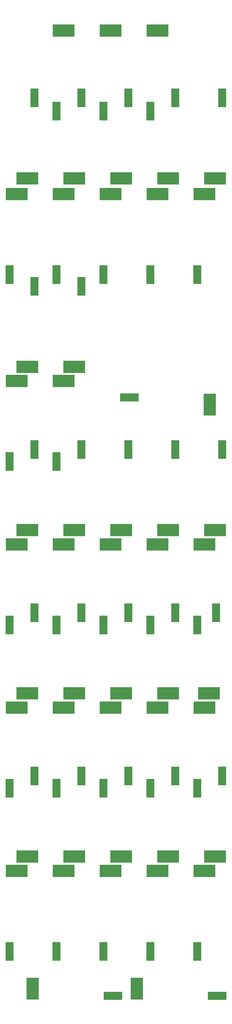
<source format=gtp>
%FSLAX44Y44*%
%MOMM*%
G71*
G01*
G75*
G04 Layer_Color=8421504*
%ADD10R,2.5000X6.0000*%
%ADD11R,6.9850X4.0000*%
%ADD12R,6.0000X2.5000*%
%ADD13R,4.0000X6.9850*%
%ADD14C,0.2540*%
%ADD15C,1.0000*%
%ADD16C,4.0000*%
%ADD17C,1.8000*%
%ADD18C,1.0000*%
%ADD19C,1.2700*%
%ADD20R,1.0200X3.8000*%
%ADD21R,1.2192X0.8128*%
%ADD22R,0.3556X0.7620*%
%ADD23R,0.7620X0.3556*%
%ADD24R,2.7940X2.7940*%
D10*
X525240Y2874220D02*
D03*
X375240D02*
D03*
X225240D02*
D03*
X154760Y2916780D02*
D03*
X304760D02*
D03*
X454760D02*
D03*
X604760D02*
D03*
X754760D02*
D03*
X675240Y2354220D02*
D03*
X525240D02*
D03*
X375240D02*
D03*
X225240D02*
D03*
X75240D02*
D03*
X154760Y2316780D02*
D03*
X304760D02*
D03*
X225240Y1758220D02*
D03*
X75240D02*
D03*
X154760Y1796780D02*
D03*
X304760D02*
D03*
X454760D02*
D03*
X604760D02*
D03*
X754760D02*
D03*
X675240Y1238220D02*
D03*
X525240D02*
D03*
X375240D02*
D03*
X225240D02*
D03*
X75240D02*
D03*
X154760Y1276780D02*
D03*
X304760D02*
D03*
X454760D02*
D03*
X604760D02*
D03*
X734760D02*
D03*
X675240Y718220D02*
D03*
X525240D02*
D03*
X375240D02*
D03*
X225240D02*
D03*
X75240D02*
D03*
X154760Y756780D02*
D03*
X304760D02*
D03*
X454760D02*
D03*
X604760D02*
D03*
X754760D02*
D03*
X675240Y198220D02*
D03*
X525240D02*
D03*
X375240D02*
D03*
X225240D02*
D03*
X75240D02*
D03*
D11*
X548100Y3130760D02*
D03*
X398100D02*
D03*
X248100D02*
D03*
X131900Y2660240D02*
D03*
X281900D02*
D03*
X431900D02*
D03*
X581900D02*
D03*
X731900D02*
D03*
X698100Y2610760D02*
D03*
X548100D02*
D03*
X398100D02*
D03*
X248100D02*
D03*
X98100D02*
D03*
X131900Y2060240D02*
D03*
X281900D02*
D03*
X248100Y2014760D02*
D03*
X98100D02*
D03*
X131900Y1540240D02*
D03*
X281900D02*
D03*
X431900D02*
D03*
X581900D02*
D03*
X731900D02*
D03*
X698100Y1494760D02*
D03*
X548100D02*
D03*
X398100D02*
D03*
X248100D02*
D03*
X98100D02*
D03*
X131900Y1020240D02*
D03*
X281900D02*
D03*
X431900D02*
D03*
X581900D02*
D03*
X711900D02*
D03*
X698100Y974760D02*
D03*
X548100D02*
D03*
X398100D02*
D03*
X248100D02*
D03*
X98100D02*
D03*
X131900Y500240D02*
D03*
X281900D02*
D03*
X431900D02*
D03*
X581900D02*
D03*
X731900D02*
D03*
X698100Y454760D02*
D03*
X548100D02*
D03*
X398100D02*
D03*
X248100D02*
D03*
X98100D02*
D03*
D12*
X458220Y1962760D02*
D03*
X405780Y57240D02*
D03*
X738780D02*
D03*
D13*
X714760Y1939900D02*
D03*
X149240Y80100D02*
D03*
X482240D02*
D03*
M02*

</source>
